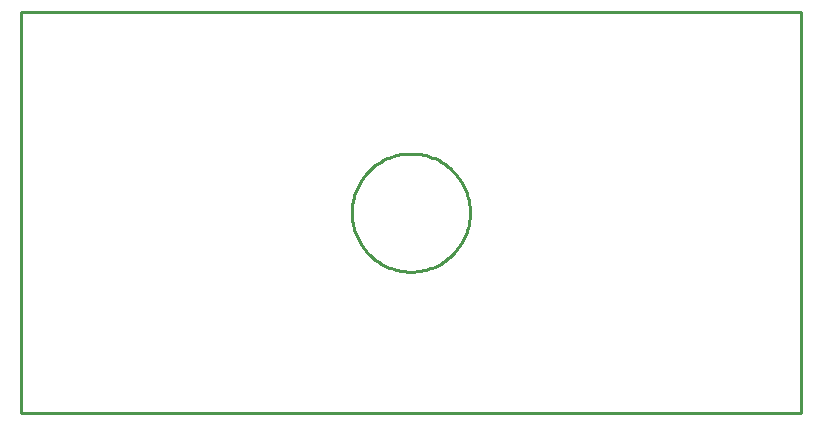
<source format=gbr>
G04 EAGLE Gerber RS-274X export*
G75*
%MOMM*%
%FSLAX34Y34*%
%LPD*%
%IN*%
%IPPOS*%
%AMOC8*
5,1,8,0,0,1.08239X$1,22.5*%
G01*
%ADD10C,0.254000*%


D10*
X-20000Y-20000D02*
X640000Y-20000D01*
X640000Y320000D01*
X-20000Y320000D01*
X-20000Y-20000D01*
X360000Y149018D02*
X359923Y147056D01*
X359769Y145098D01*
X359538Y143148D01*
X359231Y141209D01*
X358848Y139282D01*
X358389Y137373D01*
X357856Y135483D01*
X357249Y133615D01*
X356570Y131773D01*
X355818Y129959D01*
X354996Y128175D01*
X354105Y126426D01*
X353145Y124712D01*
X352119Y123038D01*
X351028Y121405D01*
X349874Y119816D01*
X348658Y118274D01*
X347383Y116781D01*
X346050Y115339D01*
X344661Y113950D01*
X343219Y112617D01*
X341726Y111342D01*
X340184Y110126D01*
X338595Y108972D01*
X336962Y107881D01*
X335288Y106855D01*
X333574Y105895D01*
X331825Y105004D01*
X330041Y104182D01*
X328227Y103430D01*
X326385Y102751D01*
X324517Y102144D01*
X322627Y101611D01*
X320718Y101152D01*
X318792Y100769D01*
X316852Y100462D01*
X314902Y100231D01*
X312944Y100077D01*
X310982Y100000D01*
X309018Y100000D01*
X307056Y100077D01*
X305098Y100231D01*
X303148Y100462D01*
X301209Y100769D01*
X299282Y101152D01*
X297373Y101611D01*
X295483Y102144D01*
X293615Y102751D01*
X291773Y103430D01*
X289959Y104182D01*
X288175Y105004D01*
X286426Y105895D01*
X284712Y106855D01*
X283038Y107881D01*
X281405Y108972D01*
X279816Y110126D01*
X278274Y111342D01*
X276781Y112617D01*
X275339Y113950D01*
X273950Y115339D01*
X272617Y116781D01*
X271342Y118274D01*
X270126Y119816D01*
X268972Y121405D01*
X267881Y123038D01*
X266855Y124712D01*
X265895Y126426D01*
X265004Y128175D01*
X264182Y129959D01*
X263430Y131773D01*
X262751Y133615D01*
X262144Y135483D01*
X261611Y137373D01*
X261152Y139282D01*
X260769Y141209D01*
X260462Y143148D01*
X260231Y145098D01*
X260077Y147056D01*
X260000Y149018D01*
X260000Y150982D01*
X260077Y152944D01*
X260231Y154902D01*
X260462Y156852D01*
X260769Y158792D01*
X261152Y160718D01*
X261611Y162627D01*
X262144Y164517D01*
X262751Y166385D01*
X263430Y168227D01*
X264182Y170041D01*
X265004Y171825D01*
X265895Y173574D01*
X266855Y175288D01*
X267881Y176962D01*
X268972Y178595D01*
X270126Y180184D01*
X271342Y181726D01*
X272617Y183219D01*
X273950Y184661D01*
X275339Y186050D01*
X276781Y187383D01*
X278274Y188658D01*
X279816Y189874D01*
X281405Y191028D01*
X283038Y192119D01*
X284712Y193145D01*
X286426Y194105D01*
X288175Y194996D01*
X289959Y195818D01*
X291773Y196570D01*
X293615Y197249D01*
X295483Y197856D01*
X297373Y198389D01*
X299282Y198848D01*
X301209Y199231D01*
X303148Y199538D01*
X305098Y199769D01*
X307056Y199923D01*
X309018Y200000D01*
X310982Y200000D01*
X312944Y199923D01*
X314902Y199769D01*
X316852Y199538D01*
X318792Y199231D01*
X320718Y198848D01*
X322627Y198389D01*
X324517Y197856D01*
X326385Y197249D01*
X328227Y196570D01*
X330041Y195818D01*
X331825Y194996D01*
X333574Y194105D01*
X335288Y193145D01*
X336962Y192119D01*
X338595Y191028D01*
X340184Y189874D01*
X341726Y188658D01*
X343219Y187383D01*
X344661Y186050D01*
X346050Y184661D01*
X347383Y183219D01*
X348658Y181726D01*
X349874Y180184D01*
X351028Y178595D01*
X352119Y176962D01*
X353145Y175288D01*
X354105Y173574D01*
X354996Y171825D01*
X355818Y170041D01*
X356570Y168227D01*
X357249Y166385D01*
X357856Y164517D01*
X358389Y162627D01*
X358848Y160718D01*
X359231Y158792D01*
X359538Y156852D01*
X359769Y154902D01*
X359923Y152944D01*
X360000Y150982D01*
X360000Y149018D01*
M02*

</source>
